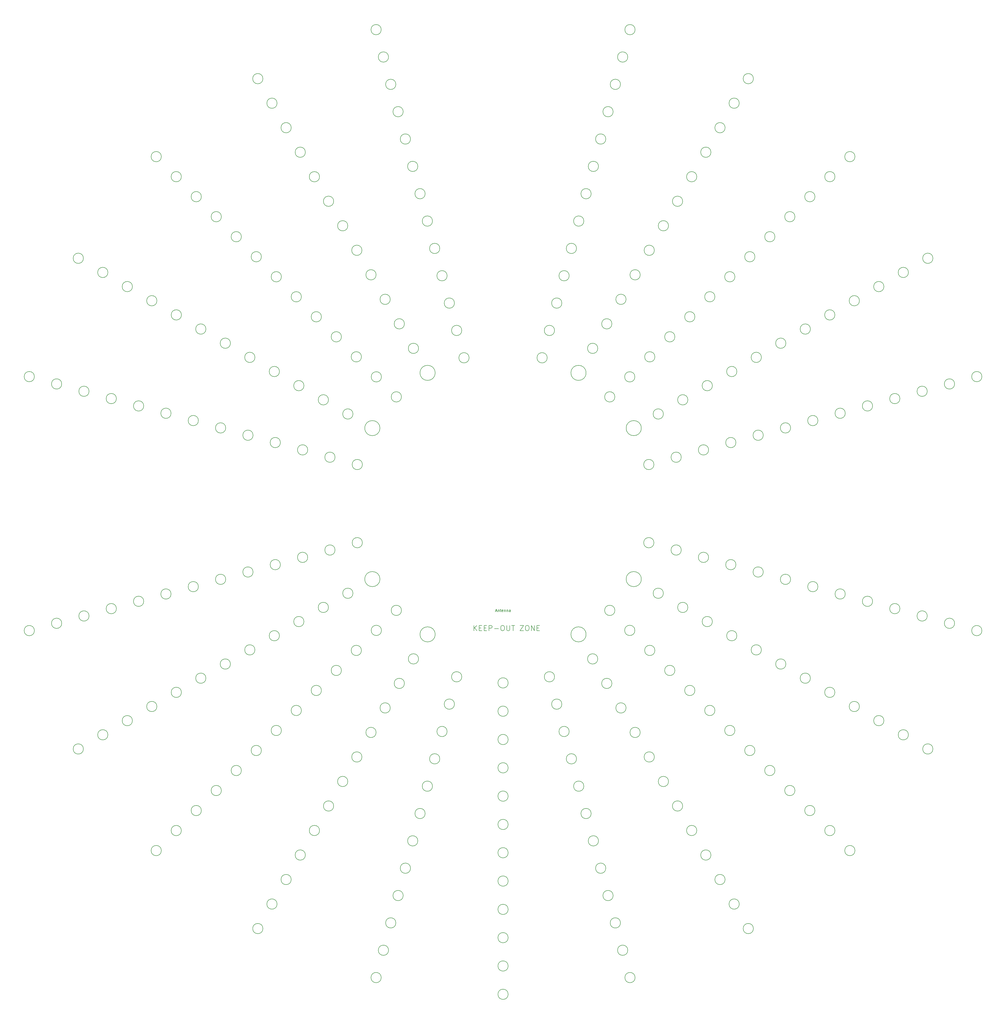
<source format=gbr>
%TF.GenerationSoftware,KiCad,Pcbnew,7.0.8*%
%TF.CreationDate,2023-11-23T15:58:33+01:00*%
%TF.ProjectId,board_fully_integrated,626f6172-645f-4667-956c-6c795f696e74,rev?*%
%TF.SameCoordinates,Original*%
%TF.FileFunction,Other,Comment*%
%FSLAX46Y46*%
G04 Gerber Fmt 4.6, Leading zero omitted, Abs format (unit mm)*
G04 Created by KiCad (PCBNEW 7.0.8) date 2023-11-23 15:58:33*
%MOMM*%
%LPD*%
G01*
G04 APERTURE LIST*
%ADD10C,0.150000*%
G04 APERTURE END LIST*
D10*
X214169142Y-272150438D02*
X214169142Y-270150438D01*
X215311999Y-272150438D02*
X214454856Y-271007580D01*
X215311999Y-270150438D02*
X214169142Y-271293295D01*
X216169142Y-271102819D02*
X216835809Y-271102819D01*
X217121523Y-272150438D02*
X216169142Y-272150438D01*
X216169142Y-272150438D02*
X216169142Y-270150438D01*
X216169142Y-270150438D02*
X217121523Y-270150438D01*
X217978666Y-271102819D02*
X218645333Y-271102819D01*
X218931047Y-272150438D02*
X217978666Y-272150438D01*
X217978666Y-272150438D02*
X217978666Y-270150438D01*
X217978666Y-270150438D02*
X218931047Y-270150438D01*
X219788190Y-272150438D02*
X219788190Y-270150438D01*
X219788190Y-270150438D02*
X220550095Y-270150438D01*
X220550095Y-270150438D02*
X220740571Y-270245676D01*
X220740571Y-270245676D02*
X220835809Y-270340914D01*
X220835809Y-270340914D02*
X220931047Y-270531390D01*
X220931047Y-270531390D02*
X220931047Y-270817104D01*
X220931047Y-270817104D02*
X220835809Y-271007580D01*
X220835809Y-271007580D02*
X220740571Y-271102819D01*
X220740571Y-271102819D02*
X220550095Y-271198057D01*
X220550095Y-271198057D02*
X219788190Y-271198057D01*
X221788190Y-271388533D02*
X223312000Y-271388533D01*
X224645332Y-270150438D02*
X225026285Y-270150438D01*
X225026285Y-270150438D02*
X225216761Y-270245676D01*
X225216761Y-270245676D02*
X225407237Y-270436152D01*
X225407237Y-270436152D02*
X225502475Y-270817104D01*
X225502475Y-270817104D02*
X225502475Y-271483771D01*
X225502475Y-271483771D02*
X225407237Y-271864723D01*
X225407237Y-271864723D02*
X225216761Y-272055200D01*
X225216761Y-272055200D02*
X225026285Y-272150438D01*
X225026285Y-272150438D02*
X224645332Y-272150438D01*
X224645332Y-272150438D02*
X224454856Y-272055200D01*
X224454856Y-272055200D02*
X224264380Y-271864723D01*
X224264380Y-271864723D02*
X224169142Y-271483771D01*
X224169142Y-271483771D02*
X224169142Y-270817104D01*
X224169142Y-270817104D02*
X224264380Y-270436152D01*
X224264380Y-270436152D02*
X224454856Y-270245676D01*
X224454856Y-270245676D02*
X224645332Y-270150438D01*
X226359618Y-270150438D02*
X226359618Y-271769485D01*
X226359618Y-271769485D02*
X226454856Y-271959961D01*
X226454856Y-271959961D02*
X226550094Y-272055200D01*
X226550094Y-272055200D02*
X226740570Y-272150438D01*
X226740570Y-272150438D02*
X227121523Y-272150438D01*
X227121523Y-272150438D02*
X227311999Y-272055200D01*
X227311999Y-272055200D02*
X227407237Y-271959961D01*
X227407237Y-271959961D02*
X227502475Y-271769485D01*
X227502475Y-271769485D02*
X227502475Y-270150438D01*
X228169142Y-270150438D02*
X229311999Y-270150438D01*
X228740570Y-272150438D02*
X228740570Y-270150438D01*
X231312000Y-270150438D02*
X232645333Y-270150438D01*
X232645333Y-270150438D02*
X231312000Y-272150438D01*
X231312000Y-272150438D02*
X232645333Y-272150438D01*
X233788190Y-270150438D02*
X234169143Y-270150438D01*
X234169143Y-270150438D02*
X234359619Y-270245676D01*
X234359619Y-270245676D02*
X234550095Y-270436152D01*
X234550095Y-270436152D02*
X234645333Y-270817104D01*
X234645333Y-270817104D02*
X234645333Y-271483771D01*
X234645333Y-271483771D02*
X234550095Y-271864723D01*
X234550095Y-271864723D02*
X234359619Y-272055200D01*
X234359619Y-272055200D02*
X234169143Y-272150438D01*
X234169143Y-272150438D02*
X233788190Y-272150438D01*
X233788190Y-272150438D02*
X233597714Y-272055200D01*
X233597714Y-272055200D02*
X233407238Y-271864723D01*
X233407238Y-271864723D02*
X233312000Y-271483771D01*
X233312000Y-271483771D02*
X233312000Y-270817104D01*
X233312000Y-270817104D02*
X233407238Y-270436152D01*
X233407238Y-270436152D02*
X233597714Y-270245676D01*
X233597714Y-270245676D02*
X233788190Y-270150438D01*
X235502476Y-272150438D02*
X235502476Y-270150438D01*
X235502476Y-270150438D02*
X236645333Y-272150438D01*
X236645333Y-272150438D02*
X236645333Y-270150438D01*
X237597714Y-271102819D02*
X238264381Y-271102819D01*
X238550095Y-272150438D02*
X237597714Y-272150438D01*
X237597714Y-272150438D02*
X237597714Y-270150438D01*
X237597714Y-270150438D02*
X238550095Y-270150438D01*
X222228095Y-264784104D02*
X222704285Y-264784104D01*
X222132857Y-265069819D02*
X222466190Y-264069819D01*
X222466190Y-264069819D02*
X222799523Y-265069819D01*
X223132857Y-264403152D02*
X223132857Y-265069819D01*
X223132857Y-264498390D02*
X223180476Y-264450771D01*
X223180476Y-264450771D02*
X223275714Y-264403152D01*
X223275714Y-264403152D02*
X223418571Y-264403152D01*
X223418571Y-264403152D02*
X223513809Y-264450771D01*
X223513809Y-264450771D02*
X223561428Y-264546009D01*
X223561428Y-264546009D02*
X223561428Y-265069819D01*
X223894762Y-264403152D02*
X224275714Y-264403152D01*
X224037619Y-264069819D02*
X224037619Y-264926961D01*
X224037619Y-264926961D02*
X224085238Y-265022200D01*
X224085238Y-265022200D02*
X224180476Y-265069819D01*
X224180476Y-265069819D02*
X224275714Y-265069819D01*
X224990000Y-265022200D02*
X224894762Y-265069819D01*
X224894762Y-265069819D02*
X224704286Y-265069819D01*
X224704286Y-265069819D02*
X224609048Y-265022200D01*
X224609048Y-265022200D02*
X224561429Y-264926961D01*
X224561429Y-264926961D02*
X224561429Y-264546009D01*
X224561429Y-264546009D02*
X224609048Y-264450771D01*
X224609048Y-264450771D02*
X224704286Y-264403152D01*
X224704286Y-264403152D02*
X224894762Y-264403152D01*
X224894762Y-264403152D02*
X224990000Y-264450771D01*
X224990000Y-264450771D02*
X225037619Y-264546009D01*
X225037619Y-264546009D02*
X225037619Y-264641247D01*
X225037619Y-264641247D02*
X224561429Y-264736485D01*
X225466191Y-264403152D02*
X225466191Y-265069819D01*
X225466191Y-264498390D02*
X225513810Y-264450771D01*
X225513810Y-264450771D02*
X225609048Y-264403152D01*
X225609048Y-264403152D02*
X225751905Y-264403152D01*
X225751905Y-264403152D02*
X225847143Y-264450771D01*
X225847143Y-264450771D02*
X225894762Y-264546009D01*
X225894762Y-264546009D02*
X225894762Y-265069819D01*
X226370953Y-264403152D02*
X226370953Y-265069819D01*
X226370953Y-264498390D02*
X226418572Y-264450771D01*
X226418572Y-264450771D02*
X226513810Y-264403152D01*
X226513810Y-264403152D02*
X226656667Y-264403152D01*
X226656667Y-264403152D02*
X226751905Y-264450771D01*
X226751905Y-264450771D02*
X226799524Y-264546009D01*
X226799524Y-264546009D02*
X226799524Y-265069819D01*
X227704286Y-265069819D02*
X227704286Y-264546009D01*
X227704286Y-264546009D02*
X227656667Y-264450771D01*
X227656667Y-264450771D02*
X227561429Y-264403152D01*
X227561429Y-264403152D02*
X227370953Y-264403152D01*
X227370953Y-264403152D02*
X227275715Y-264450771D01*
X227704286Y-265022200D02*
X227609048Y-265069819D01*
X227609048Y-265069819D02*
X227370953Y-265069819D01*
X227370953Y-265069819D02*
X227275715Y-265022200D01*
X227275715Y-265022200D02*
X227228096Y-264926961D01*
X227228096Y-264926961D02*
X227228096Y-264831723D01*
X227228096Y-264831723D02*
X227275715Y-264736485D01*
X227275715Y-264736485D02*
X227370953Y-264688866D01*
X227370953Y-264688866D02*
X227609048Y-264688866D01*
X227609048Y-264688866D02*
X227704286Y-264641247D01*
%TO.C,H1*%
X226900000Y-323000000D02*
G75*
G03*
X226900000Y-323000000I-1900000J0D01*
G01*
X91670384Y-188765334D02*
G75*
G03*
X91670384Y-188765334I-1900000J0D01*
G01*
%TO.C,H6*%
X276297423Y-253000000D02*
G75*
G03*
X276297423Y-253000000I-2800000J0D01*
G01*
%TO.C,H1*%
X156900000Y-346243557D02*
G75*
G03*
X156900000Y-346243557I-1900000J0D01*
G01*
X105656443Y-155000000D02*
G75*
G03*
X105656443Y-155000000I-1900000J0D01*
G01*
X172650000Y-131036244D02*
G75*
G03*
X172650000Y-131036244I-1900000J0D01*
G01*
X357236823Y-300250000D02*
G75*
G03*
X357236823Y-300250000I-1900000J0D01*
G01*
X321560731Y-250364266D02*
G75*
G03*
X321560731Y-250364266I-1900000J0D01*
G01*
X288771843Y-286871843D02*
G75*
G03*
X288771843Y-286871843I-1900000J0D01*
G01*
X142381490Y-202353334D02*
G75*
G03*
X142381490Y-202353334I-1900000J0D01*
G01*
X348168813Y-346268813D02*
G75*
G03*
X348168813Y-346268813I-1900000J0D01*
G01*
X265852266Y-79628163D02*
G75*
G03*
X265852266Y-79628163I-1900000J0D01*
G01*
X302150000Y-94663177D02*
G75*
G03*
X302150000Y-94663177I-1900000J0D01*
G01*
X303621086Y-301721086D02*
G75*
G03*
X303621086Y-301721086I-1900000J0D01*
G01*
X127905051Y-126005051D02*
G75*
G03*
X127905051Y-126005051I-1900000J0D01*
G01*
X270650000Y-149222777D02*
G75*
G03*
X270650000Y-149222777I-1900000J0D01*
G01*
X151122777Y-268750000D02*
G75*
G03*
X151122777Y-268750000I-1900000J0D01*
G01*
X312650000Y-76476643D02*
G75*
G03*
X312650000Y-76476643I-1900000J0D01*
G01*
X266497980Y-264597980D02*
G75*
G03*
X266497980Y-264597980I-1900000J0D01*
G01*
X303621086Y-148278914D02*
G75*
G03*
X303621086Y-148278914I-1900000J0D01*
G01*
X172808154Y-210506133D02*
G75*
G03*
X172808154Y-210506133I-1900000J0D01*
G01*
X135900000Y-382616623D02*
G75*
G03*
X135900000Y-382616623I-1900000J0D01*
G01*
X160216044Y-186500000D02*
G75*
G03*
X160216044Y-186500000I-1900000J0D01*
G01*
X318470328Y-133429672D02*
G75*
G03*
X318470328Y-133429672I-1900000J0D01*
G01*
X268569866Y-69485942D02*
G75*
G03*
X268569866Y-69485942I-1900000J0D01*
G01*
%TO.C,H4*%
X255800000Y-176502577D02*
G75*
G03*
X255800000Y-176502577I-2800000J0D01*
G01*
%TO.C,H1*%
X402698500Y-177894934D02*
G75*
G03*
X402698500Y-177894934I-1900000J0D01*
G01*
X339050290Y-160250000D02*
G75*
G03*
X339050290Y-160250000I-1900000J0D01*
G01*
X122097048Y-196918134D02*
G75*
G03*
X122097048Y-196918134I-1900000J0D01*
G01*
X182512534Y-390656279D02*
G75*
G03*
X182512534Y-390656279I-1900000J0D01*
G01*
X362129616Y-261234666D02*
G75*
G03*
X362129616Y-261234666I-1900000J0D01*
G01*
X193382934Y-350087395D02*
G75*
G03*
X193382934Y-350087395I-1900000J0D01*
G01*
X257699466Y-339945173D02*
G75*
G03*
X257699466Y-339945173I-1900000J0D01*
G01*
X333319571Y-331419571D02*
G75*
G03*
X333319571Y-331419571I-1900000J0D01*
G01*
X348143557Y-295000000D02*
G75*
G03*
X348143557Y-295000000I-1900000J0D01*
G01*
X372271837Y-186047734D02*
G75*
G03*
X372271837Y-186047734I-1900000J0D01*
G01*
X114749710Y-160250000D02*
G75*
G03*
X114749710Y-160250000I-1900000J0D01*
G01*
%TO.C,H5*%
X276297423Y-197000000D02*
G75*
G03*
X276297423Y-197000000I-2800000J0D01*
G01*
%TO.C,H1*%
X317900000Y-382616623D02*
G75*
G03*
X317900000Y-382616623I-1900000J0D01*
G01*
X71385942Y-266669866D02*
G75*
G03*
X71385942Y-266669866I-1900000J0D01*
G01*
X177900000Y-309870490D02*
G75*
G03*
X177900000Y-309870490I-1900000J0D01*
G01*
X273922601Y-272022601D02*
G75*
G03*
X273922601Y-272022601I-1900000J0D01*
G01*
X260417066Y-350087395D02*
G75*
G03*
X260417066Y-350087395I-1900000J0D01*
G01*
X375423357Y-139250000D02*
G75*
G03*
X375423357Y-139250000I-1900000J0D01*
G01*
X169309311Y-191750000D02*
G75*
G03*
X169309311Y-191750000I-1900000J0D01*
G01*
X357236823Y-149750000D02*
G75*
G03*
X357236823Y-149750000I-1900000J0D01*
G01*
X69283377Y-134000000D02*
G75*
G03*
X69283377Y-134000000I-1900000J0D01*
G01*
X190665334Y-89770384D02*
G75*
G03*
X190665334Y-89770384I-1900000J0D01*
G01*
X284490689Y-258250000D02*
G75*
G03*
X284490689Y-258250000I-1900000J0D01*
G01*
X339050290Y-289750000D02*
G75*
G03*
X339050290Y-289750000I-1900000J0D01*
G01*
X226900000Y-375500000D02*
G75*
G03*
X226900000Y-375500000I-1900000J0D01*
G01*
X87469910Y-305500000D02*
G75*
G03*
X87469910Y-305500000I-1900000J0D01*
G01*
X226900000Y-354500000D02*
G75*
G03*
X226900000Y-354500000I-1900000J0D01*
G01*
X355593434Y-353693434D02*
G75*
G03*
X355593434Y-353693434I-1900000J0D01*
G01*
X141150000Y-76476643D02*
G75*
G03*
X141150000Y-76476643I-1900000J0D01*
G01*
X263134666Y-89770384D02*
G75*
G03*
X263134666Y-89770384I-1900000J0D01*
G01*
X320863756Y-279250000D02*
G75*
G03*
X320863756Y-279250000I-1900000J0D01*
G01*
X187302020Y-185402020D02*
G75*
G03*
X187302020Y-185402020I-1900000J0D01*
G01*
X366330090Y-305500000D02*
G75*
G03*
X366330090Y-305500000I-1900000J0D01*
G01*
X122097048Y-253081866D02*
G75*
G03*
X122097048Y-253081866I-1900000J0D01*
G01*
X113055808Y-111155808D02*
G75*
G03*
X113055808Y-111155808I-1900000J0D01*
G01*
X348143557Y-155000000D02*
G75*
G03*
X348143557Y-155000000I-1900000J0D01*
G01*
X150178914Y-148278914D02*
G75*
G03*
X150178914Y-148278914I-1900000J0D01*
G01*
X162150000Y-337150290D02*
G75*
G03*
X162150000Y-337150290I-1900000J0D01*
G01*
X105656443Y-295000000D02*
G75*
G03*
X105656443Y-295000000I-1900000J0D01*
G01*
X226900000Y-291500000D02*
G75*
G03*
X226900000Y-291500000I-1900000J0D01*
G01*
X384516623Y-316000000D02*
G75*
G03*
X384516623Y-316000000I-1900000J0D01*
G01*
X96563177Y-300250000D02*
G75*
G03*
X96563177Y-300250000I-1900000J0D01*
G01*
X132936244Y-170750000D02*
G75*
G03*
X132936244Y-170750000I-1900000J0D01*
G01*
X142029510Y-176000000D02*
G75*
G03*
X142029510Y-176000000I-1900000J0D01*
G01*
X301276289Y-244929066D02*
G75*
G03*
X301276289Y-244929066I-1900000J0D01*
G01*
X201535734Y-130339269D02*
G75*
G03*
X201535734Y-130339269I-1900000J0D01*
G01*
X286400000Y-328057023D02*
G75*
G03*
X286400000Y-328057023I-1900000J0D01*
G01*
X366330090Y-144500000D02*
G75*
G03*
X366330090Y-144500000I-1900000J0D01*
G01*
X185230134Y-380514058D02*
G75*
G03*
X185230134Y-380514058I-1900000J0D01*
G01*
X280991846Y-210506133D02*
G75*
G03*
X280991846Y-210506133I-1900000J0D01*
G01*
X209688534Y-289234067D02*
G75*
G03*
X209688534Y-289234067I-1900000J0D01*
G01*
X291134067Y-207788534D02*
G75*
G03*
X291134067Y-207788534I-1900000J0D01*
G01*
X296900000Y-346243557D02*
G75*
G03*
X296900000Y-346243557I-1900000J0D01*
G01*
X78376643Y-310750000D02*
G75*
G03*
X78376643Y-310750000I-1900000J0D01*
G01*
X51101500Y-177894934D02*
G75*
G03*
X51101500Y-177894934I-1900000J0D01*
G01*
X51101500Y-272105066D02*
G75*
G03*
X51101500Y-272105066I-1900000J0D01*
G01*
X183150000Y-149222777D02*
G75*
G03*
X183150000Y-149222777I-1900000J0D01*
G01*
X206970934Y-299376289D02*
G75*
G03*
X206970934Y-299376289I-1900000J0D01*
G01*
%TO.C,H8*%
X199800000Y-273497423D02*
G75*
G03*
X199800000Y-273497423I-2800000J0D01*
G01*
%TO.C,H1*%
X172452778Y-279447222D02*
G75*
G03*
X172452778Y-279447222I-1900000J0D01*
G01*
X111954827Y-194200534D02*
G75*
G03*
X111954827Y-194200534I-1900000J0D01*
G01*
X254981866Y-329802952D02*
G75*
G03*
X254981866Y-329802952I-1900000J0D01*
G01*
X246829066Y-299376289D02*
G75*
G03*
X246829066Y-299376289I-1900000J0D01*
G01*
X266497980Y-185402020D02*
G75*
G03*
X266497980Y-185402020I-1900000J0D01*
G01*
X296900000Y-103756443D02*
G75*
G03*
X296900000Y-103756443I-1900000J0D01*
G01*
X312650000Y-373523357D02*
G75*
G03*
X312650000Y-373523357I-1900000J0D01*
G01*
X321560731Y-199635734D02*
G75*
G03*
X321560731Y-199635734I-1900000J0D01*
G01*
X151650000Y-355336823D02*
G75*
G03*
X151650000Y-355336823I-1900000J0D01*
G01*
X244111466Y-160765933D02*
G75*
G03*
X244111466Y-160765933I-1900000J0D01*
G01*
X172452778Y-170552778D02*
G75*
G03*
X172452778Y-170552778I-1900000J0D01*
G01*
%TO.C,H9*%
X179302577Y-253000000D02*
G75*
G03*
X179302577Y-253000000I-2800000J0D01*
G01*
%TO.C,H1*%
X311045707Y-309145707D02*
G75*
G03*
X311045707Y-309145707I-1900000J0D01*
G01*
X296196465Y-155703535D02*
G75*
G03*
X296196465Y-155703535I-1900000J0D01*
G01*
X257699466Y-110054827D02*
G75*
G03*
X257699466Y-110054827I-1900000J0D01*
G01*
X135329672Y-316570328D02*
G75*
G03*
X135329672Y-316570328I-1900000J0D01*
G01*
X275900000Y-309870490D02*
G75*
G03*
X275900000Y-309870490I-1900000J0D01*
G01*
X260150000Y-167409311D02*
G75*
G03*
X260150000Y-167409311I-1900000J0D01*
G01*
X270650000Y-300777223D02*
G75*
G03*
X270650000Y-300777223I-1900000J0D01*
G01*
X382414058Y-183330134D02*
G75*
G03*
X382414058Y-183330134I-1900000J0D01*
G01*
X281150000Y-318963756D02*
G75*
G03*
X281150000Y-318963756I-1900000J0D01*
G01*
X157603535Y-155703535D02*
G75*
G03*
X157603535Y-155703535I-1900000J0D01*
G01*
X113055808Y-338844192D02*
G75*
G03*
X113055808Y-338844192I-1900000J0D01*
G01*
X81528163Y-186047734D02*
G75*
G03*
X81528163Y-186047734I-1900000J0D01*
G01*
X190665334Y-360229616D02*
G75*
G03*
X190665334Y-360229616I-1900000J0D01*
G01*
X188400000Y-291683956D02*
G75*
G03*
X188400000Y-291683956I-1900000J0D01*
G01*
X402698500Y-272105066D02*
G75*
G03*
X402698500Y-272105066I-1900000J0D01*
G01*
X325894949Y-323994949D02*
G75*
G03*
X325894949Y-323994949I-1900000J0D01*
G01*
X226900000Y-312500000D02*
G75*
G03*
X226900000Y-312500000I-1900000J0D01*
G01*
X254981866Y-120197048D02*
G75*
G03*
X254981866Y-120197048I-1900000J0D01*
G01*
X249546666Y-309518510D02*
G75*
G03*
X249546666Y-309518510I-1900000J0D01*
G01*
X165028157Y-163128157D02*
G75*
G03*
X165028157Y-163128157I-1900000J0D01*
G01*
X188400000Y-158316044D02*
G75*
G03*
X188400000Y-158316044I-1900000J0D01*
G01*
X302677223Y-181250000D02*
G75*
G03*
X302677223Y-181250000I-1900000J0D01*
G01*
X226900000Y-386000000D02*
G75*
G03*
X226900000Y-386000000I-1900000J0D01*
G01*
X291134067Y-242211466D02*
G75*
G03*
X291134067Y-242211466I-1900000J0D01*
G01*
X340744192Y-338844192D02*
G75*
G03*
X340744192Y-338844192I-1900000J0D01*
G01*
X146400000Y-85569910D02*
G75*
G03*
X146400000Y-85569910I-1900000J0D01*
G01*
X135329672Y-133429672D02*
G75*
G03*
X135329672Y-133429672I-1900000J0D01*
G01*
X286400000Y-121942977D02*
G75*
G03*
X286400000Y-121942977I-1900000J0D01*
G01*
X172650000Y-318963756D02*
G75*
G03*
X172650000Y-318963756I-1900000J0D01*
G01*
X241393867Y-170908154D02*
G75*
G03*
X241393867Y-170908154I-1900000J0D01*
G01*
X226900000Y-344000000D02*
G75*
G03*
X226900000Y-344000000I-1900000J0D01*
G01*
X293583956Y-263500000D02*
G75*
G03*
X293583956Y-263500000I-1900000J0D01*
G01*
X311418510Y-202353334D02*
G75*
G03*
X311418510Y-202353334I-1900000J0D01*
G01*
X179877399Y-177977399D02*
G75*
G03*
X179877399Y-177977399I-1900000J0D01*
G01*
X182512534Y-59343721D02*
G75*
G03*
X182512534Y-59343721I-1900000J0D01*
G01*
X301276289Y-205070934D02*
G75*
G03*
X301276289Y-205070934I-1900000J0D01*
G01*
X193382934Y-99912605D02*
G75*
G03*
X193382934Y-99912605I-1900000J0D01*
G01*
X226900000Y-302000000D02*
G75*
G03*
X226900000Y-302000000I-1900000J0D01*
G01*
X307400000Y-85569910D02*
G75*
G03*
X307400000Y-85569910I-1900000J0D01*
G01*
X132239269Y-250364266D02*
G75*
G03*
X132239269Y-250364266I-1900000J0D01*
G01*
X226900000Y-333500000D02*
G75*
G03*
X226900000Y-333500000I-1900000J0D01*
G01*
X101812605Y-191482934D02*
G75*
G03*
X101812605Y-191482934I-1900000J0D01*
G01*
X348168813Y-103731187D02*
G75*
G03*
X348168813Y-103731187I-1900000J0D01*
G01*
X296196465Y-294296465D02*
G75*
G03*
X296196465Y-294296465I-1900000J0D01*
G01*
X127905051Y-323994949D02*
G75*
G03*
X127905051Y-323994949I-1900000J0D01*
G01*
X392556279Y-269387466D02*
G75*
G03*
X392556279Y-269387466I-1900000J0D01*
G01*
X291650000Y-337150290D02*
G75*
G03*
X291650000Y-337150290I-1900000J0D01*
G01*
X201535734Y-319660731D02*
G75*
G03*
X201535734Y-319660731I-1900000J0D01*
G01*
X311770490Y-274000000D02*
G75*
G03*
X311770490Y-274000000I-1900000J0D01*
G01*
X260417066Y-99912605D02*
G75*
G03*
X260417066Y-99912605I-1900000J0D01*
G01*
X351987395Y-191482934D02*
G75*
G03*
X351987395Y-191482934I-1900000J0D01*
G01*
X151122777Y-181250000D02*
G75*
G03*
X151122777Y-181250000I-1900000J0D01*
G01*
X187947734Y-79628163D02*
G75*
G03*
X187947734Y-79628163I-1900000J0D01*
G01*
X331702952Y-196918134D02*
G75*
G03*
X331702952Y-196918134I-1900000J0D01*
G01*
X311770490Y-176000000D02*
G75*
G03*
X311770490Y-176000000I-1900000J0D01*
G01*
X198818134Y-120197048D02*
G75*
G03*
X198818134Y-120197048I-1900000J0D01*
G01*
X329957023Y-284500000D02*
G75*
G03*
X329957023Y-284500000I-1900000J0D01*
G01*
X196100534Y-339945173D02*
G75*
G03*
X196100534Y-339945173I-1900000J0D01*
G01*
X341845173Y-194200534D02*
G75*
G03*
X341845173Y-194200534I-1900000J0D01*
G01*
X244111466Y-289234067D02*
G75*
G03*
X244111466Y-289234067I-1900000J0D01*
G01*
X160216044Y-263500000D02*
G75*
G03*
X160216044Y-263500000I-1900000J0D01*
G01*
X196100534Y-110054827D02*
G75*
G03*
X196100534Y-110054827I-1900000J0D01*
G01*
X382414058Y-266669866D02*
G75*
G03*
X382414058Y-266669866I-1900000J0D01*
G01*
X81528163Y-263952266D02*
G75*
G03*
X81528163Y-263952266I-1900000J0D01*
G01*
X265400000Y-291683956D02*
G75*
G03*
X265400000Y-291683956I-1900000J0D01*
G01*
X265852266Y-370371837D02*
G75*
G03*
X265852266Y-370371837I-1900000J0D01*
G01*
X172808154Y-239493867D02*
G75*
G03*
X172808154Y-239493867I-1900000J0D01*
G01*
X142754293Y-309145707D02*
G75*
G03*
X142754293Y-309145707I-1900000J0D01*
G01*
X162665933Y-207788534D02*
G75*
G03*
X162665933Y-207788534I-1900000J0D01*
G01*
X355593434Y-96306566D02*
G75*
G03*
X355593434Y-96306566I-1900000J0D01*
G01*
X302677223Y-268750000D02*
G75*
G03*
X302677223Y-268750000I-1900000J0D01*
G01*
X281347222Y-279447222D02*
G75*
G03*
X281347222Y-279447222I-1900000J0D01*
G01*
X333319571Y-118580429D02*
G75*
G03*
X333319571Y-118580429I-1900000J0D01*
G01*
X311045707Y-140854293D02*
G75*
G03*
X311045707Y-140854293I-1900000J0D01*
G01*
X120480429Y-118580429D02*
G75*
G03*
X120480429Y-118580429I-1900000J0D01*
G01*
X193650000Y-282590689D02*
G75*
G03*
X193650000Y-282590689I-1900000J0D01*
G01*
X280991846Y-239493867D02*
G75*
G03*
X280991846Y-239493867I-1900000J0D01*
G01*
X271287466Y-59343721D02*
G75*
G03*
X271287466Y-59343721I-1900000J0D01*
G01*
X375423357Y-310750000D02*
G75*
G03*
X375423357Y-310750000I-1900000J0D01*
G01*
X209688534Y-160765933D02*
G75*
G03*
X209688534Y-160765933I-1900000J0D01*
G01*
X179794934Y-49201500D02*
G75*
G03*
X179794934Y-49201500I-1900000J0D01*
G01*
X206970934Y-150623711D02*
G75*
G03*
X206970934Y-150623711I-1900000J0D01*
G01*
X141150000Y-373523357D02*
G75*
G03*
X141150000Y-373523357I-1900000J0D01*
G01*
X167400000Y-121942977D02*
G75*
G03*
X167400000Y-121942977I-1900000J0D01*
G01*
X318470328Y-316570328D02*
G75*
G03*
X318470328Y-316570328I-1900000J0D01*
G01*
X162150000Y-112849710D02*
G75*
G03*
X162150000Y-112849710I-1900000J0D01*
G01*
X142381490Y-247646666D02*
G75*
G03*
X142381490Y-247646666I-1900000J0D01*
G01*
X123842977Y-165500000D02*
G75*
G03*
X123842977Y-165500000I-1900000J0D01*
G01*
X162665933Y-242211466D02*
G75*
G03*
X162665933Y-242211466I-1900000J0D01*
G01*
X91670384Y-261234666D02*
G75*
G03*
X91670384Y-261234666I-1900000J0D01*
G01*
X135900000Y-67383377D02*
G75*
G03*
X135900000Y-67383377I-1900000J0D01*
G01*
X252264266Y-319660731D02*
G75*
G03*
X252264266Y-319660731I-1900000J0D01*
G01*
X157603535Y-294296465D02*
G75*
G03*
X157603535Y-294296465I-1900000J0D01*
G01*
%TO.C,H10*%
X179302577Y-197000000D02*
G75*
G03*
X179302577Y-197000000I-2800000J0D01*
G01*
%TO.C,H1*%
X329957023Y-165500000D02*
G75*
G03*
X329957023Y-165500000I-1900000J0D01*
G01*
X351987395Y-258517066D02*
G75*
G03*
X351987395Y-258517066I-1900000J0D01*
G01*
X281347222Y-170552778D02*
G75*
G03*
X281347222Y-170552778I-1900000J0D01*
G01*
X212406133Y-170908154D02*
G75*
G03*
X212406133Y-170908154I-1900000J0D01*
G01*
X307400000Y-364430090D02*
G75*
G03*
X307400000Y-364430090I-1900000J0D01*
G01*
X61243721Y-269387466D02*
G75*
G03*
X61243721Y-269387466I-1900000J0D01*
G01*
X281150000Y-131036244D02*
G75*
G03*
X281150000Y-131036244I-1900000J0D01*
G01*
X317900000Y-67383377D02*
G75*
G03*
X317900000Y-67383377I-1900000J0D01*
G01*
X179794934Y-400798500D02*
G75*
G03*
X179794934Y-400798500I-1900000J0D01*
G01*
X226900000Y-407000000D02*
G75*
G03*
X226900000Y-407000000I-1900000J0D01*
G01*
X271287466Y-390656279D02*
G75*
G03*
X271287466Y-390656279I-1900000J0D01*
G01*
X252264266Y-130339269D02*
G75*
G03*
X252264266Y-130339269I-1900000J0D01*
G01*
X311418510Y-247646666D02*
G75*
G03*
X311418510Y-247646666I-1900000J0D01*
G01*
X226900000Y-396500000D02*
G75*
G03*
X226900000Y-396500000I-1900000J0D01*
G01*
X325894949Y-126005051D02*
G75*
G03*
X325894949Y-126005051I-1900000J0D01*
G01*
X392556279Y-180612534D02*
G75*
G03*
X392556279Y-180612534I-1900000J0D01*
G01*
X187947734Y-370371837D02*
G75*
G03*
X187947734Y-370371837I-1900000J0D01*
G01*
X288771843Y-163128157D02*
G75*
G03*
X288771843Y-163128157I-1900000J0D01*
G01*
X150178914Y-301721086D02*
G75*
G03*
X150178914Y-301721086I-1900000J0D01*
G01*
X165028157Y-286871843D02*
G75*
G03*
X165028157Y-286871843I-1900000J0D01*
G01*
X179877399Y-272022601D02*
G75*
G03*
X179877399Y-272022601I-1900000J0D01*
G01*
X123842977Y-284500000D02*
G75*
G03*
X123842977Y-284500000I-1900000J0D01*
G01*
X105631187Y-346268813D02*
G75*
G03*
X105631187Y-346268813I-1900000J0D01*
G01*
%TO.C,H3*%
X199800000Y-176502577D02*
G75*
G03*
X199800000Y-176502577I-2800000J0D01*
G01*
%TO.C,H1*%
X61243721Y-180612534D02*
G75*
G03*
X61243721Y-180612534I-1900000J0D01*
G01*
%TO.C,H7*%
X255800000Y-273497423D02*
G75*
G03*
X255800000Y-273497423I-2800000J0D01*
G01*
%TO.C,H1*%
X275900000Y-140129510D02*
G75*
G03*
X275900000Y-140129510I-1900000J0D01*
G01*
X114749710Y-289750000D02*
G75*
G03*
X114749710Y-289750000I-1900000J0D01*
G01*
X87469910Y-144500000D02*
G75*
G03*
X87469910Y-144500000I-1900000J0D01*
G01*
X341845173Y-255799466D02*
G75*
G03*
X341845173Y-255799466I-1900000J0D01*
G01*
X111954827Y-255799466D02*
G75*
G03*
X111954827Y-255799466I-1900000J0D01*
G01*
X151650000Y-94663177D02*
G75*
G03*
X151650000Y-94663177I-1900000J0D01*
G01*
X101812605Y-258517066D02*
G75*
G03*
X101812605Y-258517066I-1900000J0D01*
G01*
X167400000Y-328057023D02*
G75*
G03*
X167400000Y-328057023I-1900000J0D01*
G01*
X340744192Y-111155808D02*
G75*
G03*
X340744192Y-111155808I-1900000J0D01*
G01*
X265400000Y-158316044D02*
G75*
G03*
X265400000Y-158316044I-1900000J0D01*
G01*
X142754293Y-140854293D02*
G75*
G03*
X142754293Y-140854293I-1900000J0D01*
G01*
X320863756Y-170750000D02*
G75*
G03*
X320863756Y-170750000I-1900000J0D01*
G01*
X249546666Y-140481490D02*
G75*
G03*
X249546666Y-140481490I-1900000J0D01*
G01*
X132936244Y-279250000D02*
G75*
G03*
X132936244Y-279250000I-1900000J0D01*
G01*
X177900000Y-140129510D02*
G75*
G03*
X177900000Y-140129510I-1900000J0D01*
G01*
X152523711Y-244929066D02*
G75*
G03*
X152523711Y-244929066I-1900000J0D01*
G01*
X274005066Y-49201500D02*
G75*
G03*
X274005066Y-49201500I-1900000J0D01*
G01*
X362129616Y-188765334D02*
G75*
G03*
X362129616Y-188765334I-1900000J0D01*
G01*
X198818134Y-329802952D02*
G75*
G03*
X198818134Y-329802952I-1900000J0D01*
G01*
X156900000Y-103756443D02*
G75*
G03*
X156900000Y-103756443I-1900000J0D01*
G01*
X291650000Y-112849710D02*
G75*
G03*
X291650000Y-112849710I-1900000J0D01*
G01*
X302150000Y-355336823D02*
G75*
G03*
X302150000Y-355336823I-1900000J0D01*
G01*
X78376643Y-139250000D02*
G75*
G03*
X78376643Y-139250000I-1900000J0D01*
G01*
X263134666Y-360229616D02*
G75*
G03*
X263134666Y-360229616I-1900000J0D01*
G01*
X152523711Y-205070934D02*
G75*
G03*
X152523711Y-205070934I-1900000J0D01*
G01*
X105631187Y-103731187D02*
G75*
G03*
X105631187Y-103731187I-1900000J0D01*
G01*
X132239269Y-199635734D02*
G75*
G03*
X132239269Y-199635734I-1900000J0D01*
G01*
X274005066Y-400798500D02*
G75*
G03*
X274005066Y-400798500I-1900000J0D01*
G01*
X260150000Y-282590689D02*
G75*
G03*
X260150000Y-282590689I-1900000J0D01*
G01*
X71385942Y-183330134D02*
G75*
G03*
X71385942Y-183330134I-1900000J0D01*
G01*
X183150000Y-300777223D02*
G75*
G03*
X183150000Y-300777223I-1900000J0D01*
G01*
X331702952Y-253081866D02*
G75*
G03*
X331702952Y-253081866I-1900000J0D01*
G01*
X98206566Y-96306566D02*
G75*
G03*
X98206566Y-96306566I-1900000J0D01*
G01*
X204253334Y-309518510D02*
G75*
G03*
X204253334Y-309518510I-1900000J0D01*
G01*
X185230134Y-69485942D02*
G75*
G03*
X185230134Y-69485942I-1900000J0D01*
G01*
X293583956Y-186500000D02*
G75*
G03*
X293583956Y-186500000I-1900000J0D01*
G01*
X226900000Y-365000000D02*
G75*
G03*
X226900000Y-365000000I-1900000J0D01*
G01*
X273922601Y-177977399D02*
G75*
G03*
X273922601Y-177977399I-1900000J0D01*
G01*
X193650000Y-167409311D02*
G75*
G03*
X193650000Y-167409311I-1900000J0D01*
G01*
X96563177Y-149750000D02*
G75*
G03*
X96563177Y-149750000I-1900000J0D01*
G01*
X142029510Y-274000000D02*
G75*
G03*
X142029510Y-274000000I-1900000J0D01*
G01*
X246829066Y-150623711D02*
G75*
G03*
X246829066Y-150623711I-1900000J0D01*
G01*
X69283377Y-316000000D02*
G75*
G03*
X69283377Y-316000000I-1900000J0D01*
G01*
X284490689Y-191750000D02*
G75*
G03*
X284490689Y-191750000I-1900000J0D01*
G01*
X268569866Y-380514058D02*
G75*
G03*
X268569866Y-380514058I-1900000J0D01*
G01*
X204253334Y-140481490D02*
G75*
G03*
X204253334Y-140481490I-1900000J0D01*
G01*
X384516623Y-134000000D02*
G75*
G03*
X384516623Y-134000000I-1900000J0D01*
G01*
X169309311Y-258250000D02*
G75*
G03*
X169309311Y-258250000I-1900000J0D01*
G01*
X372271837Y-263952266D02*
G75*
G03*
X372271837Y-263952266I-1900000J0D01*
G01*
X187302020Y-264597980D02*
G75*
G03*
X187302020Y-264597980I-1900000J0D01*
G01*
X146400000Y-364430090D02*
G75*
G03*
X146400000Y-364430090I-1900000J0D01*
G01*
X98206566Y-353693434D02*
G75*
G03*
X98206566Y-353693434I-1900000J0D01*
G01*
X120480429Y-331419571D02*
G75*
G03*
X120480429Y-331419571I-1900000J0D01*
G01*
%TD*%
M02*

</source>
